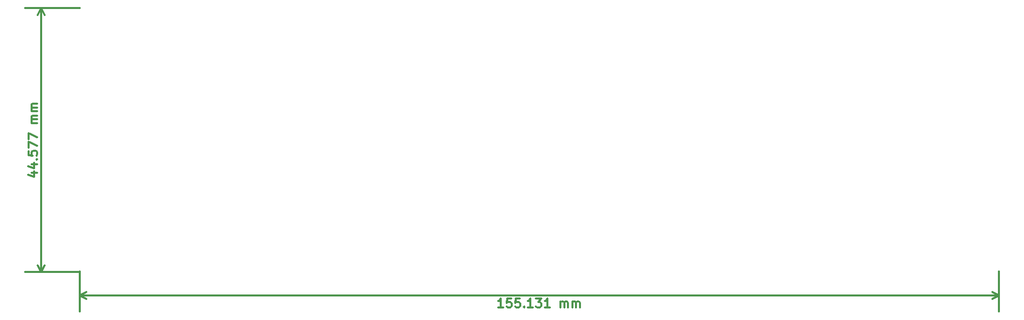
<source format=gbr>
G04 #@! TF.FileFunction,Legend,Top*
%FSLAX46Y46*%
G04 Gerber Fmt 4.6, Leading zero omitted, Abs format (unit mm)*
G04 Created by KiCad (PCBNEW 4.0.6) date 05/08/17 22:23:47*
%MOMM*%
%LPD*%
G01*
G04 APERTURE LIST*
%ADD10C,0.100000*%
%ADD11C,0.300000*%
G04 APERTURE END LIST*
D10*
D11*
X80688071Y-104242499D02*
X81688071Y-104242499D01*
X80116643Y-104599642D02*
X81188071Y-104956785D01*
X81188071Y-104028213D01*
X80688071Y-102813928D02*
X81688071Y-102813928D01*
X80116643Y-103171071D02*
X81188071Y-103528214D01*
X81188071Y-102599642D01*
X81545214Y-102028214D02*
X81616643Y-101956786D01*
X81688071Y-102028214D01*
X81616643Y-102099643D01*
X81545214Y-102028214D01*
X81688071Y-102028214D01*
X80188071Y-100599642D02*
X80188071Y-101313928D01*
X80902357Y-101385357D01*
X80830929Y-101313928D01*
X80759500Y-101171071D01*
X80759500Y-100813928D01*
X80830929Y-100671071D01*
X80902357Y-100599642D01*
X81045214Y-100528214D01*
X81402357Y-100528214D01*
X81545214Y-100599642D01*
X81616643Y-100671071D01*
X81688071Y-100813928D01*
X81688071Y-101171071D01*
X81616643Y-101313928D01*
X81545214Y-101385357D01*
X80188071Y-100028214D02*
X80188071Y-99028214D01*
X81688071Y-99671071D01*
X80188071Y-98599643D02*
X80188071Y-97599643D01*
X81688071Y-98242500D01*
X81688071Y-95885358D02*
X80688071Y-95885358D01*
X80830929Y-95885358D02*
X80759500Y-95813930D01*
X80688071Y-95671072D01*
X80688071Y-95456787D01*
X80759500Y-95313930D01*
X80902357Y-95242501D01*
X81688071Y-95242501D01*
X80902357Y-95242501D02*
X80759500Y-95171072D01*
X80688071Y-95028215D01*
X80688071Y-94813930D01*
X80759500Y-94671072D01*
X80902357Y-94599644D01*
X81688071Y-94599644D01*
X81688071Y-93885358D02*
X80688071Y-93885358D01*
X80830929Y-93885358D02*
X80759500Y-93813930D01*
X80688071Y-93671072D01*
X80688071Y-93456787D01*
X80759500Y-93313930D01*
X80902357Y-93242501D01*
X81688071Y-93242501D01*
X80902357Y-93242501D02*
X80759500Y-93171072D01*
X80688071Y-93028215D01*
X80688071Y-92813930D01*
X80759500Y-92671072D01*
X80902357Y-92599644D01*
X81688071Y-92599644D01*
X82359500Y-121031000D02*
X82359500Y-76454000D01*
X88836500Y-121031000D02*
X79659500Y-121031000D01*
X88836500Y-76454000D02*
X79659500Y-76454000D01*
X82359500Y-76454000D02*
X82945921Y-77580504D01*
X82359500Y-76454000D02*
X81773079Y-77580504D01*
X82359500Y-121031000D02*
X82945921Y-119904496D01*
X82359500Y-121031000D02*
X81773079Y-119904496D01*
X160330323Y-127060071D02*
X159473180Y-127060071D01*
X159901752Y-127060071D02*
X159901752Y-125560071D01*
X159758895Y-125774357D01*
X159616037Y-125917214D01*
X159473180Y-125988643D01*
X161687466Y-125560071D02*
X160973180Y-125560071D01*
X160901751Y-126274357D01*
X160973180Y-126202929D01*
X161116037Y-126131500D01*
X161473180Y-126131500D01*
X161616037Y-126202929D01*
X161687466Y-126274357D01*
X161758894Y-126417214D01*
X161758894Y-126774357D01*
X161687466Y-126917214D01*
X161616037Y-126988643D01*
X161473180Y-127060071D01*
X161116037Y-127060071D01*
X160973180Y-126988643D01*
X160901751Y-126917214D01*
X163116037Y-125560071D02*
X162401751Y-125560071D01*
X162330322Y-126274357D01*
X162401751Y-126202929D01*
X162544608Y-126131500D01*
X162901751Y-126131500D01*
X163044608Y-126202929D01*
X163116037Y-126274357D01*
X163187465Y-126417214D01*
X163187465Y-126774357D01*
X163116037Y-126917214D01*
X163044608Y-126988643D01*
X162901751Y-127060071D01*
X162544608Y-127060071D01*
X162401751Y-126988643D01*
X162330322Y-126917214D01*
X163830322Y-126917214D02*
X163901750Y-126988643D01*
X163830322Y-127060071D01*
X163758893Y-126988643D01*
X163830322Y-126917214D01*
X163830322Y-127060071D01*
X165330322Y-127060071D02*
X164473179Y-127060071D01*
X164901751Y-127060071D02*
X164901751Y-125560071D01*
X164758894Y-125774357D01*
X164616036Y-125917214D01*
X164473179Y-125988643D01*
X165830322Y-125560071D02*
X166758893Y-125560071D01*
X166258893Y-126131500D01*
X166473179Y-126131500D01*
X166616036Y-126202929D01*
X166687465Y-126274357D01*
X166758893Y-126417214D01*
X166758893Y-126774357D01*
X166687465Y-126917214D01*
X166616036Y-126988643D01*
X166473179Y-127060071D01*
X166044607Y-127060071D01*
X165901750Y-126988643D01*
X165830322Y-126917214D01*
X168187464Y-127060071D02*
X167330321Y-127060071D01*
X167758893Y-127060071D02*
X167758893Y-125560071D01*
X167616036Y-125774357D01*
X167473178Y-125917214D01*
X167330321Y-125988643D01*
X169973178Y-127060071D02*
X169973178Y-126060071D01*
X169973178Y-126202929D02*
X170044606Y-126131500D01*
X170187464Y-126060071D01*
X170401749Y-126060071D01*
X170544606Y-126131500D01*
X170616035Y-126274357D01*
X170616035Y-127060071D01*
X170616035Y-126274357D02*
X170687464Y-126131500D01*
X170830321Y-126060071D01*
X171044606Y-126060071D01*
X171187464Y-126131500D01*
X171258892Y-126274357D01*
X171258892Y-127060071D01*
X171973178Y-127060071D02*
X171973178Y-126060071D01*
X171973178Y-126202929D02*
X172044606Y-126131500D01*
X172187464Y-126060071D01*
X172401749Y-126060071D01*
X172544606Y-126131500D01*
X172616035Y-126274357D01*
X172616035Y-127060071D01*
X172616035Y-126274357D02*
X172687464Y-126131500D01*
X172830321Y-126060071D01*
X173044606Y-126060071D01*
X173187464Y-126131500D01*
X173258892Y-126274357D01*
X173258892Y-127060071D01*
X243967000Y-125031500D02*
X88836500Y-125031500D01*
X243967000Y-120967500D02*
X243967000Y-127731500D01*
X88836500Y-120967500D02*
X88836500Y-127731500D01*
X88836500Y-125031500D02*
X89963004Y-124445079D01*
X88836500Y-125031500D02*
X89963004Y-125617921D01*
X243967000Y-125031500D02*
X242840496Y-124445079D01*
X243967000Y-125031500D02*
X242840496Y-125617921D01*
M02*

</source>
